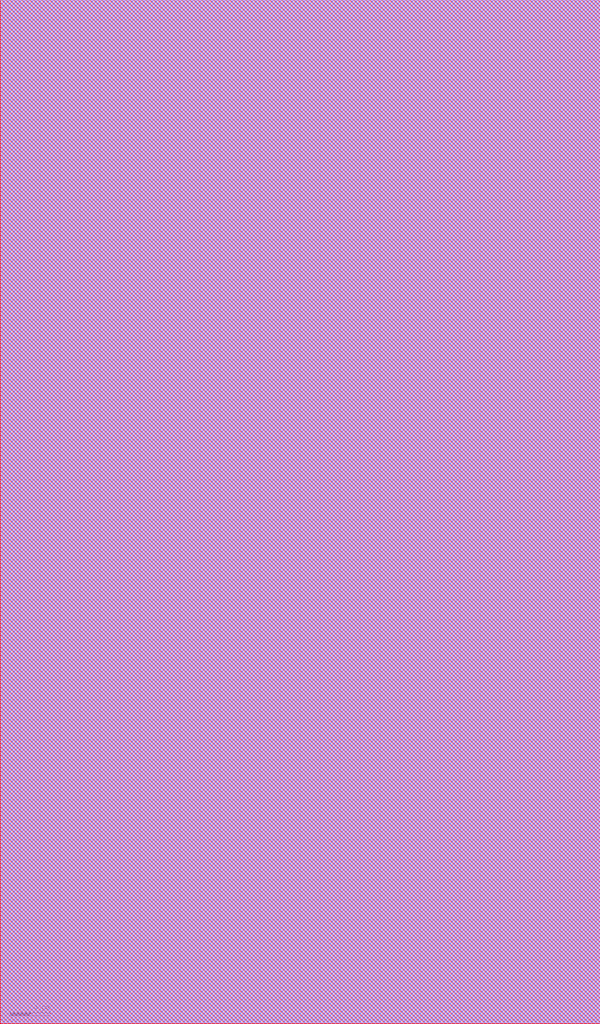
<source format=lef>
###############################################################################
#TSMC Library/IP Product
#Filename: tpb018v_5lm.lef
#Technology: 018
#Product Type: I/O PAD
#Product Name: tpb018v
#Version: 180a
###############################################################################
# 
#STATEMENT OF USE
#
#This information contains confidential and proprietary information of TSMC.
#No part of this information may be reproduced, transmitted, transcribed,
#stored in a retrieval system, or translated into any human or computer
#language, in any form or by any means, electronic, mechanical, magnetic,
#optical, chemical, manual, or otherwise, without the prior written permission
#of TSMC. This information was prepared for informational purpose and is for
#use by TSMC's customers only. TSMC reserves the right to make changes in the
#information at any time and without notice.
# 
###############################################################################

MACRO PAD50LA
    CLASS BLOCK ;
    FOREIGN PAD50LA 0.000 -84.000  ;
    ORIGIN 0.000 84.000 ;
    SIZE 50.000 BY 84.000 ;
    SYMMETRY X Y R90 ;
    OBS
        LAYER METAL1 ;
        RECT  0.000 -84.000 50.000 0.000 ;
        LAYER METAL2 ;
        RECT  0.000 -84.000 50.000 0.000 ;
        LAYER METAL3 ;
        RECT  0.000 -84.000 50.000 0.000 ;
        LAYER METAL4 ;
        RECT  0.000 -84.000 50.000 0.000 ;
        LAYER METAL5 ;
        RECT  0.000 -84.000 50.000 0.000 ;
    END
END PAD50LA

MACRO PAD50LA_OBV
    CLASS BLOCK ;
    FOREIGN PAD50LA_OBV 0.000 -88.580  ;
    ORIGIN 0.000 88.580 ;
    SIZE 50.000 BY 88.580 ;
    SYMMETRY X Y R90 ;
    OBS
        LAYER METAL1 ;
        RECT  0.000 -88.580 50.000 0.000 ;
        LAYER METAL2 ;
        RECT  0.000 -88.580 50.000 0.000 ;
        LAYER METAL3 ;
        RECT  0.000 -88.580 50.000 0.000 ;
        LAYER METAL4 ;
        RECT  0.000 -88.580 50.000 0.000 ;
        LAYER METAL5 ;
        RECT  0.000 -88.580 50.000 0.000 ;
    END
END PAD50LA_OBV

MACRO PAD50LAR_OBV
    CLASS BLOCK ;
    FOREIGN PAD50LAR_OBV 0.000 -88.500  ;
    ORIGIN 0.000 88.500 ;
    SIZE 50.000 BY 88.500 ;
    SYMMETRY X Y R90 ;
    OBS
        LAYER METAL1 ;
        RECT  0.000 -88.500 50.000 0.000 ;
        LAYER METAL2 ;
        RECT  0.000 -88.500 50.000 0.000 ;
        LAYER METAL3 ;
        RECT  0.000 -88.500 50.000 0.000 ;
        LAYER METAL4 ;
        RECT  0.000 -88.500 50.000 0.000 ;
        LAYER METAL5 ;
        RECT  0.000 -88.500 50.000 0.000 ;
    END
END PAD50LAR_OBV

MACRO PAD50LAR_SM
    CLASS BLOCK ;
    FOREIGN PAD50LAR_SM 0.000 -84.000  ;
    ORIGIN 0.000 84.000 ;
    SIZE 50.000 BY 84.000 ;
    SYMMETRY X Y R90 ;
    OBS
        LAYER METAL1 ;
        RECT  0.000 -84.000 50.000 0.000 ;
        LAYER METAL2 ;
        RECT  0.000 -84.000 50.000 0.000 ;
        LAYER METAL3 ;
        RECT  0.000 -84.000 50.000 0.000 ;
        LAYER METAL4 ;
        RECT  0.000 -84.000 50.000 0.000 ;
        LAYER METAL5 ;
        RECT  0.000 -84.000 50.000 0.000 ;
    END
END PAD50LAR_SM

MACRO PAD50LAR_TRL
    CLASS BLOCK ;
    FOREIGN PAD50LAR_TRL 0.000 -84.000  ;
    ORIGIN 0.000 84.000 ;
    SIZE 50.000 BY 84.000 ;
    SYMMETRY X Y R90 ;
    OBS
        LAYER METAL1 ;
        RECT  0.000 -84.000 50.000 0.000 ;
        LAYER METAL2 ;
        RECT  0.000 -84.000 50.000 0.000 ;
        LAYER METAL3 ;
        RECT  0.000 -84.000 50.000 0.000 ;
        LAYER METAL4 ;
        RECT  0.000 -84.000 50.000 0.000 ;
        LAYER METAL5 ;
        RECT  0.000 -84.000 50.000 0.000 ;
    END
END PAD50LAR_TRL

MACRO PAD50LA_TRL
    CLASS BLOCK ;
    FOREIGN PAD50LA_TRL 0.000 -84.000  ;
    ORIGIN 0.000 84.000 ;
    SIZE 50.000 BY 84.000 ;
    SYMMETRY X Y R90 ;
    OBS
        LAYER METAL1 ;
        RECT  0.000 -84.000 50.000 0.000 ;
        LAYER METAL2 ;
        RECT  0.000 -84.000 50.000 0.000 ;
        LAYER METAL3 ;
        RECT  0.000 -84.000 50.000 0.000 ;
        LAYER METAL4 ;
        RECT  0.000 -84.000 50.000 0.000 ;
        LAYER METAL5 ;
        RECT  0.000 -84.000 50.000 0.000 ;
    END
END PAD50LA_TRL

MACRO PAD60L
    CLASS BLOCK ;
    FOREIGN PAD60L 0.000 -102.400  ;
    ORIGIN 0.000 102.400 ;
    SIZE 50.000 BY 102.400 ;
    SYMMETRY X Y R90 ;
    OBS
        LAYER METAL1 ;
        RECT  0.000 -102.400 50.000 0.000 ;
        LAYER METAL2 ;
        RECT  0.000 -102.400 50.000 0.000 ;
        LAYER METAL3 ;
        RECT  0.000 -102.400 50.000 0.000 ;
        LAYER METAL4 ;
        RECT  0.000 -102.400 50.000 0.000 ;
        LAYER METAL5 ;
        RECT  0.000 -102.400 50.000 0.000 ;
    END
END PAD60L

MACRO PAD60LA
    CLASS BLOCK ;
    FOREIGN PAD60LA 0.000 -99.240  ;
    ORIGIN 0.000 99.240 ;
    SIZE 50.000 BY 99.240 ;
    SYMMETRY X Y R90 ;
    OBS
        LAYER METAL1 ;
        RECT  0.000 -99.240 50.000 0.000 ;
        LAYER METAL2 ;
        RECT  0.000 -99.240 50.000 0.000 ;
        LAYER METAL3 ;
        RECT  0.000 -99.240 50.000 0.000 ;
        LAYER METAL4 ;
        RECT  0.000 -99.240 50.000 0.000 ;
        LAYER METAL5 ;
        RECT  0.000 -99.240 50.000 0.000 ;
    END
END PAD60LA

MACRO PAD60LA_OBV
    CLASS BLOCK ;
    FOREIGN PAD60LA_OBV 0.000 -74.580  ;
    ORIGIN 0.000 74.580 ;
    SIZE 50.000 BY 74.580 ;
    SYMMETRY X Y R90 ;
    OBS
        LAYER METAL1 ;
        RECT  0.000 -74.580 50.000 0.000 ;
        LAYER METAL2 ;
        RECT  0.000 -74.580 50.000 0.000 ;
        LAYER METAL3 ;
        RECT  0.000 -74.580 50.000 0.000 ;
        LAYER METAL4 ;
        RECT  0.000 -74.580 50.000 0.000 ;
        LAYER METAL5 ;
        RECT  0.000 -74.580 50.000 0.000 ;
    END
END PAD60LA_OBV

MACRO PAD60LAR_OBV
    CLASS BLOCK ;
    FOREIGN PAD60LAR_OBV 0.000 -74.580  ;
    ORIGIN 0.000 74.580 ;
    SIZE 50.000 BY 74.580 ;
    SYMMETRY X Y R90 ;
    OBS
        LAYER METAL1 ;
        RECT  0.000 -74.580 50.000 0.000 ;
        LAYER METAL2 ;
        RECT  0.000 -74.580 50.000 0.000 ;
        LAYER METAL3 ;
        RECT  0.000 -74.580 50.000 0.000 ;
        LAYER METAL4 ;
        RECT  0.000 -74.580 50.000 0.000 ;
        LAYER METAL5 ;
        RECT  0.000 -74.580 50.000 0.000 ;
    END
END PAD60LAR_OBV

MACRO PAD60LAR_SM
    CLASS BLOCK ;
    FOREIGN PAD60LAR_SM 0.000 -99.240  ;
    ORIGIN 0.000 99.240 ;
    SIZE 50.000 BY 99.240 ;
    SYMMETRY X Y R90 ;
    OBS
        LAYER METAL1 ;
        RECT  0.000 -99.240 50.000 0.000 ;
        LAYER METAL2 ;
        RECT  0.000 -99.240 50.000 0.000 ;
        LAYER METAL3 ;
        RECT  0.000 -99.240 50.000 0.000 ;
        LAYER METAL4 ;
        RECT  0.000 -99.240 50.000 0.000 ;
        LAYER METAL5 ;
        RECT  0.000 -99.240 50.000 0.000 ;
    END
END PAD60LAR_SM

MACRO PAD60LAR_TRL
    CLASS BLOCK ;
    FOREIGN PAD60LAR_TRL 0.000 -99.240  ;
    ORIGIN 0.000 99.240 ;
    SIZE 50.000 BY 99.240 ;
    SYMMETRY X Y R90 ;
    OBS
        LAYER METAL1 ;
        RECT  0.000 -99.240 50.000 0.000 ;
        LAYER METAL2 ;
        RECT  0.000 -99.240 50.000 0.000 ;
        LAYER METAL3 ;
        RECT  0.000 -99.240 50.000 0.000 ;
        LAYER METAL4 ;
        RECT  0.000 -99.240 50.000 0.000 ;
        LAYER METAL5 ;
        RECT  0.000 -99.240 50.000 0.000 ;
    END
END PAD60LAR_TRL

MACRO PAD60LA_TRL
    CLASS BLOCK ;
    FOREIGN PAD60LA_TRL 0.000 -99.240  ;
    ORIGIN 0.000 99.240 ;
    SIZE 50.000 BY 99.240 ;
    SYMMETRY X Y R90 ;
    OBS
        LAYER METAL1 ;
        RECT  0.000 -99.240 50.000 0.000 ;
        LAYER METAL2 ;
        RECT  0.000 -99.240 50.000 0.000 ;
        LAYER METAL3 ;
        RECT  0.000 -99.240 50.000 0.000 ;
        LAYER METAL4 ;
        RECT  0.000 -99.240 50.000 0.000 ;
        LAYER METAL5 ;
        RECT  0.000 -99.240 50.000 0.000 ;
    END
END PAD60LA_TRL

MACRO PAD60L_OBV
    CLASS BLOCK ;
    FOREIGN PAD60L_OBV 0.000 -74.580  ;
    ORIGIN 0.000 74.580 ;
    SIZE 60.000 BY 74.580 ;
    SYMMETRY X Y R90 ;
    OBS
        LAYER METAL1 ;
        RECT  0.000 -74.580 60.000 0.000 ;
        LAYER METAL2 ;
        RECT  0.000 -74.580 60.000 0.000 ;
        LAYER METAL3 ;
        RECT  0.000 -74.580 60.000 0.000 ;
        LAYER METAL4 ;
        RECT  0.000 -74.580 60.000 0.000 ;
        LAYER METAL5 ;
        RECT  0.000 -74.580 60.000 0.000 ;
    END
END PAD60L_OBV

MACRO PAD60L_TRL
    CLASS BLOCK ;
    FOREIGN PAD60L_TRL 0.000 -102.400  ;
    ORIGIN 0.000 102.400 ;
    SIZE 60.000 BY 102.400 ;
    SYMMETRY X Y R90 ;
    OBS
        LAYER METAL1 ;
        RECT  0.000 -102.400 60.000 0.000 ;
        LAYER METAL2 ;
        RECT  0.000 -102.400 60.000 0.000 ;
        LAYER METAL3 ;
        RECT  0.000 -102.400 60.000 0.000 ;
        LAYER METAL4 ;
        RECT  0.000 -102.400 60.000 0.000 ;
        LAYER METAL5 ;
        RECT  0.000 -102.400 60.000 0.000 ;
    END
END PAD60L_TRL

MACRO PAD70L
    CLASS BLOCK ;
    FOREIGN PAD70L 0.000 -72.500  ;
    ORIGIN 0.000 72.500 ;
    SIZE 70.000 BY 72.500 ;
    SYMMETRY X Y R90 ;
    OBS
        LAYER METAL1 ;
        RECT  0.000 -72.500 70.000 0.000 ;
        LAYER METAL2 ;
        RECT  0.000 -72.500 70.000 0.000 ;
        LAYER METAL3 ;
        RECT  0.000 -72.500 70.000 0.000 ;
        LAYER METAL4 ;
        RECT  0.000 -72.500 70.000 0.000 ;
        LAYER METAL5 ;
        RECT  0.000 -72.500 70.000 0.000 ;
    END
END PAD70L

MACRO PAD70L_OBV
    CLASS BLOCK ;
    FOREIGN PAD70L_OBV 0.000 -74.580  ;
    ORIGIN 0.000 74.580 ;
    SIZE 70.000 BY 74.580 ;
    SYMMETRY X Y R90 ;
    OBS
        LAYER METAL1 ;
        RECT  0.000 -74.580 70.000 0.000 ;
        LAYER METAL2 ;
        RECT  0.000 -74.580 70.000 0.000 ;
        LAYER METAL3 ;
        RECT  0.000 -74.580 70.000 0.000 ;
        LAYER METAL4 ;
        RECT  0.000 -74.580 70.000 0.000 ;
        LAYER METAL5 ;
        RECT  0.000 -74.580 70.000 0.000 ;
    END
END PAD70L_OBV

MACRO PAD70L_TRL
    CLASS BLOCK ;
    FOREIGN PAD70L_TRL 0.000 -72.500  ;
    ORIGIN 0.000 72.500 ;
    SIZE 70.000 BY 72.500 ;
    SYMMETRY X Y R90 ;
    OBS
        LAYER METAL1 ;
        RECT  0.000 -72.500 70.000 0.000 ;
        LAYER METAL2 ;
        RECT  0.000 -72.500 70.000 0.000 ;
        LAYER METAL3 ;
        RECT  0.000 -72.500 70.000 0.000 ;
        LAYER METAL4 ;
        RECT  0.000 -72.500 70.000 0.000 ;
        LAYER METAL5 ;
        RECT  0.000 -72.500 70.000 0.000 ;
    END
END PAD70L_TRL

MACRO PAD80L
    CLASS BLOCK ;
    FOREIGN PAD80L 0.000 -72.500  ;
    ORIGIN 0.000 72.500 ;
    SIZE 80.000 BY 72.500 ;
    SYMMETRY X Y R90 ;
    OBS
        LAYER METAL1 ;
        RECT  0.000 -72.500 80.000 0.000 ;
        LAYER METAL2 ;
        RECT  0.000 -72.500 80.000 0.000 ;
        LAYER METAL3 ;
        RECT  0.000 -72.500 80.000 0.000 ;
        LAYER METAL4 ;
        RECT  0.000 -72.500 80.000 0.000 ;
        LAYER METAL5 ;
        RECT  0.000 -72.500 80.000 0.000 ;
    END
END PAD80L

MACRO PAD80L_OBV
    CLASS BLOCK ;
    FOREIGN PAD80L_OBV 0.000 -74.580  ;
    ORIGIN 0.000 74.580 ;
    SIZE 80.000 BY 74.580 ;
    SYMMETRY X Y R90 ;
    OBS
        LAYER METAL1 ;
        RECT  0.000 -74.580 80.000 0.000 ;
        LAYER METAL2 ;
        RECT  0.000 -74.580 80.000 0.000 ;
        LAYER METAL3 ;
        RECT  0.000 -74.580 80.000 0.000 ;
        LAYER METAL4 ;
        RECT  0.000 -74.580 80.000 0.000 ;
        LAYER METAL5 ;
        RECT  0.000 -74.580 80.000 0.000 ;
    END
END PAD80L_OBV

MACRO PAD80L_TRL
    CLASS BLOCK ;
    FOREIGN PAD80L_TRL 0.000 -72.500  ;
    ORIGIN 0.000 72.500 ;
    SIZE 80.000 BY 72.500 ;
    SYMMETRY X Y R90 ;
    OBS
        LAYER METAL1 ;
        RECT  0.000 -72.500 80.000 0.000 ;
        LAYER METAL2 ;
        RECT  0.000 -72.500 80.000 0.000 ;
        LAYER METAL3 ;
        RECT  0.000 -72.500 80.000 0.000 ;
        LAYER METAL4 ;
        RECT  0.000 -72.500 80.000 0.000 ;
        LAYER METAL5 ;
        RECT  0.000 -72.500 80.000 0.000 ;
    END
END PAD80L_TRL

END LIBRARY

</source>
